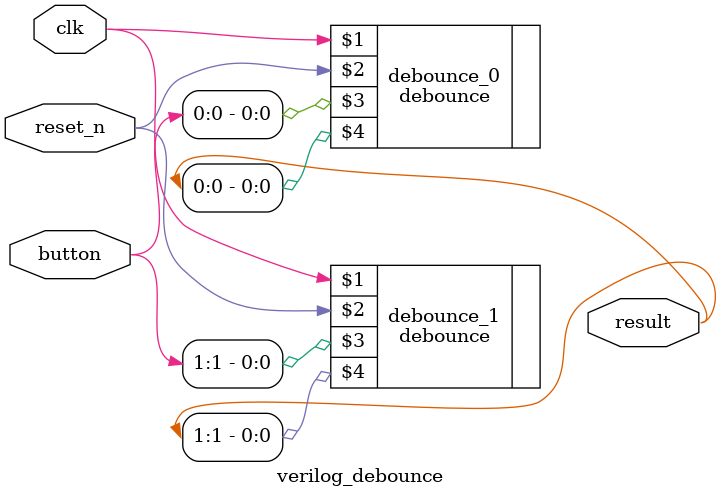
<source format=v>
/*------------------------------------------------------------------------------
 * --
 *  --   FileName:         verilog_debounce.v
 *  --   Dependencies:     debounce.vhd
 *  --   Design Software:  Quartus Prime Version 17.0.0 Build 595 SJ Lite
 *  Edition
 *  --
 *  --   HDL CODE IS PROVIDED "AS IS."  DIGI-KEY EXPRESSLY DISCLAIMS ANY
 *  --   WARRANTY OF ANY KIND, WHETHER EXPRESS OR IMPLIED, INCLUDING BUT NOT
 *  --   LIMITED TO, THE IMPLIED WARRANTIES OF MERCHANTABILITY, FITNESS FOR A
 *  --   PARTICULAR PURPOSE, OR NON-INFRINGEMENT. IN NO EVENT SHALL DIGI-KEY
 *  --   BE LIABLE FOR ANY INCIDENTAL, SPECIAL, INDIRECT OR CONSEQUENTIAL
 *  --   DAMAGES, LOST PROFITS OR LOST DATA, HARM TO YOUR EQUIPMENT, COST OF
 *  --   PROCUREMENT OF SUBSTITUTE GOODS, TECHNOLOGY OR SERVICES, ANY CLAIMS
 *  --   BY THIRD PARTIES (INCLUDING BUT NOT LIMITED TO ANY DEFENSE THEREOF),
 *  --   ANY CLAIMS FOR INDEMNITY OR CONTRIBUTION, OR OTHER SIMILAR COSTS.
 *  --
 *  --   Version History
 *  --   Version 1.0 11/2/2021 Scott Larson
 *  --     Initial Public Release
 *  --
 *  ------------------------------------------------------------------------------*/

module verilog_debounce(
    input clk,             //system clock
    input reset_n,         //asynchronous active low reset
    input [1:0] button,    //two input signals to be debounced
    output [1:0] result    //two debounced signals
    );

    debounce #(50_000_000,10)                     //VHDL component name and generic parameter mapping
    debounce_0(clk,reset_n,button[0],result[0]);  //instance name and port mapping for first signal

    debounce #(50_000_000,10)                     //VHDL component name and generic parameter mapping
    debounce_1(clk,reset_n,button[1],result[1]);  //instance name and port mapping for second signal
	 
endmodule

</source>
